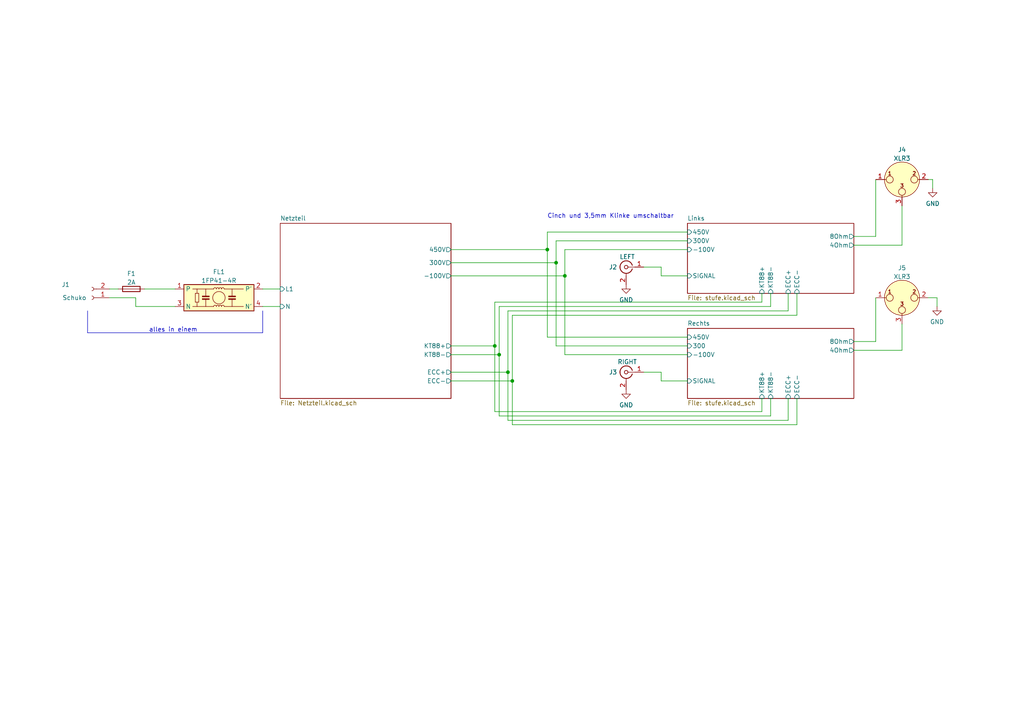
<source format=kicad_sch>
(kicad_sch (version 20230121) (generator eeschema)
  (paper "A4")
  (lib_symbols
    (symbol "Connector:Conn_01x02_Female" (pin_names (offset 1.016) hide)
      (property "Reference" "J" (at 0 2.54 0))
      (property "Value" "Conn_01x02_Female" (at 0 -5.08 0))
      (symbol "Conn_01x02_Female_1_1"
        (arc (start 0 -2.032) (mid -0.5058 -2.54) (end 0 -3.048) (stroke (width 0.1524)))
        (polyline (pts (xy -1.27 -2.54) (xy -0.508 -2.54)) (stroke (width 0.1524)))
        (polyline (pts (xy -1.27 0) (xy -0.508 0)) (stroke (width 0.1524)))
        (arc (start 0 0.508) (mid -0.5058 0) (end 0 -0.508) (stroke (width 0.1524)))
        (pin passive line (at -5.08 0 0) (length 3.81) (name "Pin_1") (number "1"))
        (pin passive line (at -5.08 -2.54 0) (length 3.81) (name "Pin_2") (number "2"))
      )
    )
    (symbol "Connector:Conn_Coaxial" (pin_names (offset 1.016) hide)
      (property "Reference" "J" (at 0.254 3.048 0))
      (property "Value" "Conn_Coaxial" (at 2.921 0 90))
      (symbol "Conn_Coaxial_0_1"
        (arc (start -1.778 -0.508) (mid 0.2311 -1.8066) (end 1.778 0) (stroke (width 0.254)))
        (polyline (pts (xy -2.54 0) (xy -0.508 0)))
        (polyline (pts (xy 0 -2.54) (xy 0 -1.778)))
        (circle (center 0 0) (radius 0.508) (stroke (width 0.2032)))
        (arc (start 1.778 0) (mid 0.2099 1.8101) (end -1.778 0.508) (stroke (width 0.254)))
      )
      (symbol "Conn_Coaxial_1_1"
        (pin passive line (at -5.08 0 0) (length 2.54) (name "In") (number "1"))
        (pin passive line (at 0 -5.08 90) (length 2.54) (name "Ext") (number "2"))
      )
    )
    (symbol "Connector:XLR3" (pin_names hide)
      (property "Reference" "J" (at 0 8.89 0))
      (property "Value" "XLR3" (at 0 6.35 0))
      (symbol "XLR3_0_1"
        (circle (center -3.556 0) (radius 1.016))
        (circle (center 0 -3.556) (radius 1.016))
        (polyline (pts (xy -5.08 0) (xy -4.572 0)))
        (polyline (pts (xy 0 -5.08) (xy 0 -4.572)))
        (polyline (pts (xy 5.08 0) (xy 4.572 0)))
        (circle (center 0 0) (radius 5.08) (fill (type background)))
        (circle (center 3.556 0) (radius 1.016))
        (text "1" (at -3.556 1.778 0) (effects (font (size 1.016 1.016) bold)))
        (text "2" (at 3.556 1.778 0) (effects (font (size 1.016 1.016) bold)))
        (text "3" (at 0 -1.778 0) (effects (font (size 1.016 1.016) bold)))
        (pin passive line (at -7.62 0 0) (length 2.54) (name "~") (number "1"))
        (pin passive line (at 7.62 0 180) (length 2.54) (name "~") (number "2"))
        (pin passive line (at 0 -7.62 90) (length 2.54) (name "~") (number "3"))
      )
    )
    (symbol "Device:Fuse" (pin_numbers hide) (pin_names (offset 0))
      (property "Reference" "F" (at 2.032 0 90))
      (property "Value" "Fuse" (at -1.905 0 90))
      (symbol "Fuse_0_1"
        (rectangle (start -0.762 -2.54) (end 0.762 2.54) (stroke (width 0.254)))
        (polyline (pts (xy 0 2.54) (xy 0 -2.54)))
      )
      (symbol "Fuse_1_1"
        (pin passive line (at 0 3.81 270) (length 1.27) (name "~") (number "1"))
        (pin passive line (at 0 -3.81 90) (length 1.27) (name "~") (number "2"))
      )
    )
    (symbol "Filter:1FP41-4R"
      (property "Reference" "FL" (at 0 7.62 0))
      (property "Value" "1FP41-4R" (at 0 5.08 0))
      (symbol "1FP41-4R_1_1"
        (rectangle (start -10.16 3.81) (end 10.16 -3.81) (stroke (width 0.254)) (fill (type background)))
        (rectangle (start -4.826 -0.254) (end -2.794 -0.508) (fill (type outline)))
        (rectangle (start -4.826 0.254) (end -2.794 0.508) (fill (type outline)))
        (arc (start -0.762 -2.54) (mid -1.143 -2.1606) (end -1.524 -2.54))
        (arc (start -0.762 2.54) (mid -1.143 2.9194) (end -1.524 2.54))
        (arc (start 0 -2.54) (mid -0.381 -2.1606) (end -0.762 -2.54))
        (polyline (pts (xy -6.858 -1.27) (xy -6.858 1.27)))
        (polyline (pts (xy -6.858 -1.27) (xy -5.842 -1.27)))
        (polyline (pts (xy -6.858 1.27) (xy -5.842 1.27)))
        (polyline (pts (xy -6.35 -1.27) (xy -6.35 -2.54)))
        (polyline (pts (xy -6.35 1.27) (xy -6.35 2.54)))
        (polyline (pts (xy -5.842 -1.27) (xy -5.842 1.27)))
        (polyline (pts (xy -3.81 -0.508) (xy -3.81 -2.54)))
        (polyline (pts (xy -3.81 0.508) (xy -3.81 2.54)))
        (polyline (pts (xy -1.524 -2.54) (xy -7.62 -2.54)))
        (polyline (pts (xy -1.524 2.54) (xy -7.62 2.54)))
        (polyline (pts (xy 1.524 -2.54) (xy 7.112 -2.54)))
        (polyline (pts (xy 3.81 -0.508) (xy 3.81 -2.54)))
        (polyline (pts (xy 3.81 0.508) (xy 3.81 2.54)))
        (polyline (pts (xy 7.112 2.54) (xy 1.524 2.54)))
        (circle (center 0 0) (radius 1.8034))
        (arc (start 0 2.54) (mid -0.381 2.9194) (end -0.762 2.54))
        (arc (start 0.762 -2.54) (mid 0.381 -2.1606) (end 0 -2.54))
        (arc (start 0.762 2.54) (mid 0.381 2.9194) (end 0 2.54))
        (arc (start 1.524 -2.54) (mid 1.143 -2.1606) (end 0.762 -2.54))
        (arc (start 1.524 2.54) (mid 1.143 2.9194) (end 0.762 2.54))
        (rectangle (start 2.794 -0.254) (end 4.826 -0.508) (fill (type outline)))
        (rectangle (start 2.794 0.254) (end 4.826 0.508) (fill (type outline)))
        (pin passive line (at -12.7 2.54 0) (length 2.54) (name "P") (number "1"))
        (pin passive line (at 12.7 2.54 180) (length 2.54) (name "P'") (number "2"))
        (pin passive line (at -12.7 -2.54 0) (length 2.54) (name "N") (number "3"))
        (pin passive line (at 12.7 -2.54 180) (length 2.54) (name "N'") (number "4"))
      )
    )
    (symbol "power:GND" (power) (pin_names (offset 0))
      (property "Value" "GND" (at 0 -3.81 0))
      (symbol "GND_0_1"
        (polyline (pts (xy 0 0) (xy 0 -1.27) (xy 1.27 -1.27) (xy 0 -2.54) (xy -1.27 -1.27) (xy 0 -1.27)))
      )
      (symbol "GND_1_1"
        (pin power_in line (at 0 0 270) (length 0) hide (name "GND") (number "1"))
      )
    )
  )
  (junction (at 143.51 100.33))
  (junction (at 158.75 72.39))
  (junction (at 147.32 107.95))
  (junction (at 148.59 110.49))
  (junction (at 161.29 76.2))
  (junction (at 144.78 102.87))
  (junction (at 163.83 80.01))
  (wire (pts (xy 228.6 121.92) (xy 228.6 115.57)))
  (wire (pts (xy 143.51 119.38) (xy 220.98 119.38)))
  (wire (pts (xy 39.37 86.36) (xy 31.75 86.36)))
  (wire (pts (xy 144.78 120.65) (xy 223.52 120.65)))
  (wire (pts (xy 143.51 100.33) (xy 143.51 87.63)))
  (wire (pts (xy 163.83 102.87) (xy 163.83 80.01)))
  (polyline (pts (xy 76.2 90.17) (xy 76.2 96.52)) (stroke (width 0) (type solid)))
  (wire (pts (xy 130.81 72.39) (xy 158.75 72.39)))
  (wire (pts (xy 220.98 119.38) (xy 220.98 115.57)))
  (wire (pts (xy 144.78 102.87) (xy 144.78 120.65)))
  (wire (pts (xy 41.91 83.82) (xy 50.8 83.82)))
  (wire (pts (xy 270.51 54.61) (xy 270.51 52.07)))
  (wire (pts (xy 247.65 68.58) (xy 254 68.58)))
  (wire (pts (xy 148.59 110.49) (xy 148.59 91.44)))
  (wire (pts (xy 231.14 123.19) (xy 231.14 115.57)))
  (wire (pts (xy 50.8 88.9) (xy 39.37 88.9)))
  (wire (pts (xy 158.75 97.79) (xy 199.39 97.79)))
  (wire (pts (xy 254 99.06) (xy 247.65 99.06)))
  (polyline (pts (xy 25.4 90.17) (xy 25.4 96.52)) (stroke (width 0) (type solid)))
  (wire (pts (xy 254 86.36) (xy 254 99.06)))
  (wire (pts (xy 161.29 100.33) (xy 199.39 100.33)))
  (wire (pts (xy 191.77 107.95) (xy 191.77 110.49)))
  (wire (pts (xy 163.83 72.39) (xy 199.39 72.39)))
  (polyline (pts (xy 25.4 96.52) (xy 76.2 96.52)) (stroke (width 0) (type solid)))
  (wire (pts (xy 76.2 88.9) (xy 81.28 88.9)))
  (wire (pts (xy 270.51 52.07) (xy 269.24 52.07)))
  (wire (pts (xy 271.78 88.9) (xy 271.78 86.36)))
  (wire (pts (xy 147.32 121.92) (xy 228.6 121.92)))
  (wire (pts (xy 130.81 80.01) (xy 163.83 80.01)))
  (wire (pts (xy 158.75 67.31) (xy 199.39 67.31)))
  (wire (pts (xy 186.69 77.47) (xy 191.77 77.47)))
  (wire (pts (xy 191.77 77.47) (xy 191.77 80.01)))
  (wire (pts (xy 231.14 91.44) (xy 231.14 85.09)))
  (wire (pts (xy 148.59 123.19) (xy 231.14 123.19)))
  (wire (pts (xy 199.39 102.87) (xy 163.83 102.87)))
  (wire (pts (xy 261.62 93.98) (xy 261.62 101.6)))
  (wire (pts (xy 147.32 107.95) (xy 147.32 90.17)))
  (wire (pts (xy 158.75 72.39) (xy 158.75 97.79)))
  (wire (pts (xy 161.29 76.2) (xy 161.29 100.33)))
  (wire (pts (xy 31.75 83.82) (xy 34.29 83.82)))
  (wire (pts (xy 144.78 88.9) (xy 223.52 88.9)))
  (wire (pts (xy 130.81 100.33) (xy 143.51 100.33)))
  (wire (pts (xy 76.2 83.82) (xy 81.28 83.82)))
  (wire (pts (xy 143.51 100.33) (xy 143.51 119.38)))
  (wire (pts (xy 186.69 107.95) (xy 191.77 107.95)))
  (wire (pts (xy 228.6 90.17) (xy 228.6 85.09)))
  (wire (pts (xy 148.59 91.44) (xy 231.14 91.44)))
  (wire (pts (xy 39.37 88.9) (xy 39.37 86.36)))
  (wire (pts (xy 261.62 101.6) (xy 247.65 101.6)))
  (wire (pts (xy 254 68.58) (xy 254 52.07)))
  (wire (pts (xy 220.98 87.63) (xy 220.98 85.09)))
  (wire (pts (xy 161.29 76.2) (xy 161.29 69.85)))
  (wire (pts (xy 130.81 102.87) (xy 144.78 102.87)))
  (wire (pts (xy 147.32 90.17) (xy 228.6 90.17)))
  (wire (pts (xy 247.65 71.12) (xy 261.62 71.12)))
  (wire (pts (xy 130.81 110.49) (xy 148.59 110.49)))
  (wire (pts (xy 130.81 76.2) (xy 161.29 76.2)))
  (wire (pts (xy 147.32 107.95) (xy 147.32 121.92)))
  (wire (pts (xy 144.78 102.87) (xy 144.78 88.9)))
  (wire (pts (xy 261.62 71.12) (xy 261.62 59.69)))
  (wire (pts (xy 163.83 80.01) (xy 163.83 72.39)))
  (wire (pts (xy 158.75 72.39) (xy 158.75 67.31)))
  (wire (pts (xy 130.81 107.95) (xy 147.32 107.95)))
  (wire (pts (xy 143.51 87.63) (xy 220.98 87.63)))
  (wire (pts (xy 223.52 120.65) (xy 223.52 115.57)))
  (wire (pts (xy 191.77 110.49) (xy 199.39 110.49)))
  (wire (pts (xy 191.77 80.01) (xy 199.39 80.01)))
  (wire (pts (xy 223.52 88.9) (xy 223.52 85.09)))
  (wire (pts (xy 148.59 110.49) (xy 148.59 123.19)))
  (wire (pts (xy 161.29 69.85) (xy 199.39 69.85)))
  (wire (pts (xy 271.78 86.36) (xy 269.24 86.36)))
  (text "Cinch und 3,5mm Klinke umschaltbar" (at 158.75 63.5 0) (effects (font (size 1.27 1.27)) (justify left bottom)))
  (text "alles in einem" (at 43.18 96.52 0) (effects (font (size 1.27 1.27)) (justify left bottom)))
  (symbol (lib_id "Connector:Conn_Coaxial") (at 181.61 77.47 0) (mirror y) (unit 1)
    (property "Reference" "J2" (at 177.8 77.47 0))
    (property "Value" "LEFT" (at 181.9274 74.4805 0))
    (property "Datasheet" " ~" (effects hide))
    (instances (project "verstaerker" (path "" (reference "J2") (unit 1)) (path "" (reference "J602") (unit 1))))
  )
  (symbol (lib_id "Connector:Conn_01x02_Female") (at 26.67 86.36 180) (unit 1)
    (property "Reference" "J1" (at 19.05 82.55 0))
    (property "Value" "Schuko" (at 21.59 86.36 0))
    (instances (project "verstaerker" (path "" (reference "J1") (unit 1)) (path "" (reference "J603") (unit 1))))
  )
  (symbol (lib_id "Connector:XLR3") (at 261.62 52.07 0) (unit 1)
    (property "Reference" "J4" (at 261.62 43.4172 0))
    (property "Value" "XLR3" (at 261.62 45.9541 0))
    (property "Datasheet" " ~" (effects hide))
    (instances (project "verstaerker" (path "" (reference "J4") (unit 1)) (path "" (reference "J601") (unit 1))))
  )
  (symbol (lib_id "Connector:Conn_Coaxial") (at 181.61 107.95 0) (mirror y) (unit 1)
    (property "Reference" "J3" (at 177.8 107.95 0))
    (property "Value" "RIGHT" (at 181.9274 104.9605 0))
    (property "Datasheet" " ~" (effects hide))
    (instances (project "verstaerker" (path "" (reference "J3") (unit 1)) (path "" (reference "J605") (unit 1))))
  )
  (symbol (lib_id "power:GND") (at 181.61 113.03 0) (unit 1)
    (property "Reference" "#PWR02" (effects hide))
    (property "Value" "GND" (at 181.61 117.4734 0))
    (instances (project "verstaerker" (path "" (reference "#PWR02") (unit 1)) (path "" (reference "#PWR0604") (unit 1))))
  )
  (symbol (lib_id "Device:Fuse") (at 38.1 83.82 90) (unit 1)
    (property "Reference" "F1" (at 38.1 79.3582 90))
    (property "Value" "2A" (at 38.1 81.8951 90))
    (instances (project "verstaerker" (path "" (reference "F1") (unit 1)) (path "" (reference "F601") (unit 1))))
  )
  (symbol (lib_id "Filter:1FP41-4R") (at 63.5 86.36 0) (unit 1)
    (property "Reference" "FL1" (at 63.5 78.8502 0))
    (property "Value" "1FP41-4R" (at 63.5 81.3871 0))
    (property "Footprint" "Filter:Filter_FILTERCON_1FPxx" (effects hide))
    (property "Datasheet" "https://filtercon.com.pl/wp-content/uploads/2019/07/Karta-katalogowa-FP-12-1.pdf" (effects hide))
    (instances (project "verstaerker" (path "" (reference "FL1") (unit 1)) (path "" (reference "FL601") (unit 1))))
  )
  (symbol (lib_id "Connector:XLR3") (at 261.62 86.36 0) (unit 1)
    (property "Reference" "J5" (at 261.62 77.7072 0))
    (property "Value" "XLR3" (at 261.62 80.2441 0))
    (property "Datasheet" " ~" (effects hide))
    (instances (project "verstaerker" (path "" (reference "J5") (unit 1)) (path "" (reference "J604") (unit 1))))
  )
  (symbol (lib_id "power:GND") (at 270.51 54.61 0) (unit 1)
    (property "Reference" "#PWR03" (effects hide))
    (property "Value" "GND" (at 270.51 59.0534 0))
    (instances (project "verstaerker" (path "" (reference "#PWR03") (unit 1)) (path "" (reference "#PWR0601") (unit 1))))
  )
  (symbol (lib_id "power:GND") (at 181.61 82.55 0) (unit 1)
    (property "Reference" "#PWR01" (effects hide))
    (property "Value" "GND" (at 181.61 86.9934 0))
    (instances (project "verstaerker" (path "" (reference "#PWR01") (unit 1)) (path "" (reference "#PWR0602") (unit 1))))
  )
  (symbol (lib_id "power:GND") (at 271.78 88.9 0) (unit 1)
    (property "Reference" "#PWR04" (effects hide))
    (property "Value" "GND" (at 271.78 93.3434 0))
    (instances (project "verstaerker" (path "" (reference "#PWR04") (unit 1)) (path "" (reference "#PWR0603") (unit 1))))
  )
  (sheet (at 199.39 95.25) (size 48.26 20.32) (stroke (width 0.1524))
    (property "Sheetname" "Rechts" (at 199.39 94.5384 0) (effects (justify left bottom)))
    (property "Sheetfile" "stufe.kicad_sch" (at 199.39 116.1546 0) (effects (justify left top)))
    (pin "300" input (at 199.39 100.33 180))
    (pin "-100V" input (at 199.39 102.87 180))
    (pin "450V" input (at 199.39 97.79 180))
    (pin "4Ohm" output (at 247.65 101.6 0))
    (pin "8Ohm" output (at 247.65 99.06 0))
    (pin "KT88+" input (at 220.98 115.57 270))
    (pin "KT88-" input (at 223.52 115.57 270))
    (pin "ECC+" input (at 228.6 115.57 270))
    (pin "ECC-" input (at 231.14 115.57 270))
    (pin "SIGNAL" input (at 199.39 110.49 180))
  )
  (sheet (at 81.28 64.77) (size 49.53 50.8) (stroke (width 0.1524))
    (property "Sheetname" "Netzteil" (at 81.28 64.0584 0) (effects (justify left bottom)))
    (property "Sheetfile" "Netzteil.kicad_sch" (at 81.28 116.1546 0) (effects (justify left top)))
    (pin "-100V" output (at 130.81 80.01 0))
    (pin "ECC+" output (at 130.81 107.95 0))
    (pin "ECC-" output (at 130.81 110.49 0))
    (pin "KT88+" output (at 130.81 100.33 0))
    (pin "KT88-" output (at 130.81 102.87 0))
    (pin "450V" output (at 130.81 72.39 0))
    (pin "300V" output (at 130.81 76.2 0))
    (pin "L1" input (at 81.28 83.82 180))
    (pin "N" input (at 81.28 88.9 180))
  )
  (sheet (at 199.39 64.77) (size 48.26 20.32) (stroke (width 0.1524))
    (property "Sheetname" "Links" (at 199.39 64.0584 0) (effects (justify left bottom)))
    (property "Sheetfile" "stufe.kicad_sch" (at 199.39 85.6746 0) (effects (justify left top)))
    (pin "300V" input (at 199.39 69.85 180))
    (pin "-100V" input (at 199.39 72.39 180))
    (pin "450V" input (at 199.39 67.31 180))
    (pin "4Ohm" output (at 247.65 71.12 0))
    (pin "8Ohm" output (at 247.65 68.58 0))
    (pin "KT88+" input (at 220.98 85.09 270))
    (pin "KT88-" input (at 223.52 85.09 270))
    (pin "ECC+" input (at 228.6 85.09 270))
    (pin "ECC-" input (at 231.14 85.09 270))
    (pin "SIGNAL" input (at 199.39 80.01 180))
  )
)
</source>
